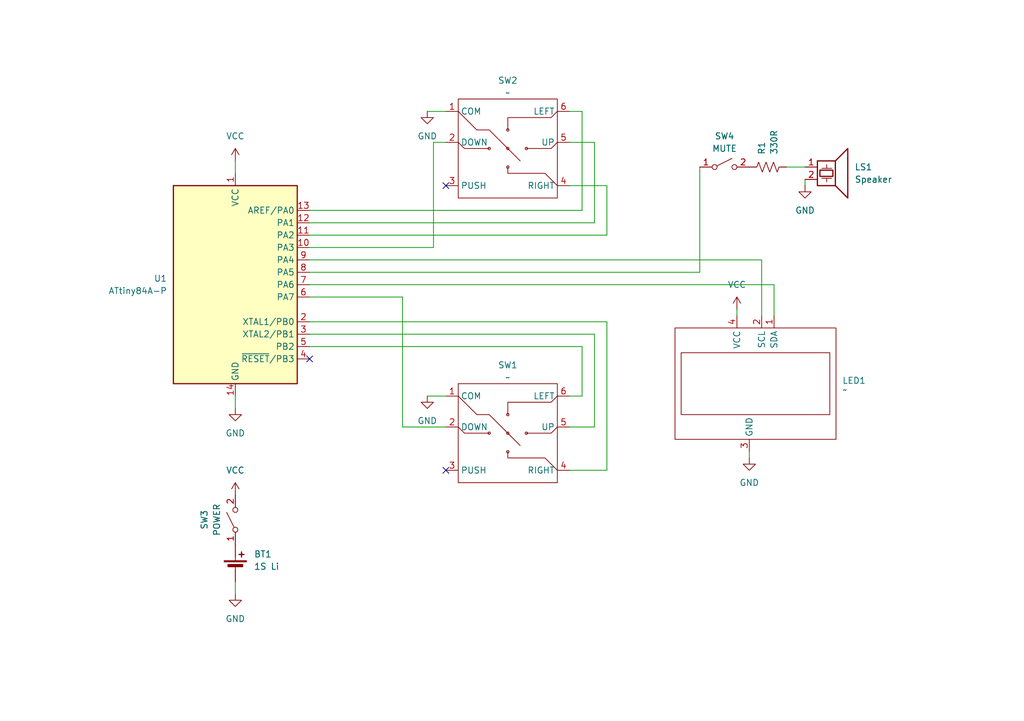
<source format=kicad_sch>
(kicad_sch (version 20231120) (generator "eeschema") (generator_version "8.0")
  (paper "A5")
  (title_block (title "ATtiny84 Gaming Device"))
  (lib_symbols
    (symbol "Device:Battery_Cell" (pin_numbers hide) (pin_names (offset 0) hide)
      (property "Reference" "BT" (at 2.54 2.54 0))
      (property "Value" "Battery_Cell" (at 2.54 0 0))
      (symbol "Battery_Cell_0_1"
        (rectangle (start -2.286 1.778) (end 2.286 1.524) (fill (type outline)))
        (rectangle (start -1.524 1.016) (end 1.524 0.508) (fill (type outline)))
        (polyline (pts (xy 0 0.762) (xy 0 0)))
        (polyline (pts (xy 0 1.778) (xy 0 2.54)))
        (polyline (pts (xy 0.762 3.048) (xy 1.778 3.048)) (stroke (width 0.254)))
        (polyline (pts (xy 1.27 3.556) (xy 1.27 2.54)) (stroke (width 0.254)))
      )
      (symbol "Battery_Cell_1_1"
        (pin passive line (at 0 5.08 270) (length 2.54) (name "+") (number "1"))
        (pin passive line (at 0 -2.54 90) (length 2.54) (name "-") (number "2"))
      )
    )
    (symbol "Device:R_US" (pin_numbers hide) (pin_names (offset 0))
      (property "Reference" "R" (at 2.54 0 90))
      (property "Value" "R_US" (at -2.54 0 90))
      (symbol "R_US_0_1"
        (polyline (pts (xy 0 -2.286) (xy 0 -2.54)))
        (polyline (pts (xy 0 2.286) (xy 0 2.54)))
        (polyline (pts (xy 0 -0.762) (xy 1.016 -1.143) (xy 0 -1.524) (xy -1.016 -1.905) (xy 0 -2.286)))
        (polyline (pts (xy 0 0.762) (xy 1.016 0.381) (xy 0 0) (xy -1.016 -0.381) (xy 0 -0.762)))
        (polyline (pts (xy 0 2.286) (xy 1.016 1.905) (xy 0 1.524) (xy -1.016 1.143) (xy 0 0.762)))
      )
      (symbol "R_US_1_1"
        (pin passive line (at 0 3.81 270) (length 1.27) (name "~") (number "1"))
        (pin passive line (at 0 -3.81 90) (length 1.27) (name "~") (number "2"))
      )
    )
    (symbol "Device:Speaker_Crystal" (pin_names (offset 0) hide)
      (property "Reference" "LS" (at 0.635 5.715 0))
      (property "Value" "Speaker_Crystal" (at 0.635 3.81 0))
      (symbol "Speaker_Crystal_0_0"
        (rectangle (start -2.54 1.27) (end 1.143 -3.81) (stroke (width 0.254)))
        (rectangle (start -2.032 -0.635) (end 0.635 -1.905) (stroke (width 0.254)))
        (polyline (pts (xy -1.651 -2.286) (xy 0.381 -2.286)))
        (polyline (pts (xy -1.651 -0.254) (xy 0.381 -0.254)))
        (polyline (pts (xy -0.635 -2.286) (xy -0.635 -3.048)))
        (polyline (pts (xy -0.635 -0.254) (xy -0.635 0.508)))
        (polyline (pts (xy 1.143 1.27) (xy 3.683 3.81) (xy 3.683 -6.35) (xy 1.143 -3.81)) (stroke (width 0.254)))
      )
      (symbol "Speaker_Crystal_1_1"
        (pin input line (at -5.08 0 0) (length 2.54) (name "1") (number "1"))
        (pin input line (at -5.08 -2.54 0) (length 2.54) (name "2") (number "2"))
      )
    )
    (symbol "MCU_Microchip_ATtiny:ATtiny84A-P"
      (property "Reference" "U" (at -12.7 21.59 0))
      (property "Value" "ATtiny84A-P" (at 2.54 -21.59 0))
      (symbol "ATtiny84A-P_0_1"
        (rectangle (start -12.7 -20.32) (end 12.7 20.32) (stroke (width 0.254)) (fill (type background)))
      )
      (symbol "ATtiny84A-P_1_1"
        (pin power_in line (at 0 22.86 270) (length 2.54) (name "VCC") (number "1"))
        (pin bidirectional line (at 15.24 7.62 180) (length 2.54) (name "PA3") (number "10"))
        (pin bidirectional line (at 15.24 10.16 180) (length 2.54) (name "PA2") (number "11"))
        (pin bidirectional line (at 15.24 12.7 180) (length 2.54) (name "PA1") (number "12"))
        (pin bidirectional line (at 15.24 15.24 180) (length 2.54) (name "AREF/PA0") (number "13"))
        (pin power_in line (at 0 -22.86 90) (length 2.54) (name "GND") (number "14"))
        (pin bidirectional line (at 15.24 -7.62 180) (length 2.54) (name "XTAL1/PB0") (number "2"))
        (pin bidirectional line (at 15.24 -10.16 180) (length 2.54) (name "XTAL2/PB1") (number "3"))
        (pin bidirectional line (at 15.24 -15.24 180) (length 2.54) (name "~{RESET}/PB3") (number "4"))
        (pin bidirectional line (at 15.24 -12.7 180) (length 2.54) (name "PB2") (number "5"))
        (pin bidirectional line (at 15.24 -2.54 180) (length 2.54) (name "PA7") (number "6"))
        (pin bidirectional line (at 15.24 0 180) (length 2.54) (name "PA6") (number "7"))
        (pin bidirectional line (at 15.24 2.54 180) (length 2.54) (name "PA5") (number "8"))
        (pin bidirectional line (at 15.24 5.08 180) (length 2.54) (name "PA4") (number "9"))
      )
    )
    (symbol "SH1106_OLED_128*64_1"
      (property "Reference" "LED" (at 14.224 9.652 0))
      (symbol "SH1106_OLED_128*64_1_0_1"
        (rectangle (start -16.51 11.43) (end 16.51 -11.43))
        (rectangle (start -15.24 6.35) (end 15.24 -6.35))
      )
      (symbol "SH1106_OLED_128*64_1_1_1"
        (pin input line (at 3.81 13.97 270) (length 2.54) (name "SDA") (number "1"))
        (pin input line (at 1.27 13.97 270) (length 2.54) (name "SCL") (number "2"))
        (pin output line (at -1.27 -13.97 90) (length 2.54) (name "GND") (number "3"))
        (pin output line (at -3.81 13.97 270) (length 2.54) (name "VCC") (number "4"))
      )
    )
    (symbol "Switch:SW_SPST" (pin_names (offset 0) hide)
      (property "Reference" "SW" (at 0 3.175 0))
      (property "Value" "SW_SPST" (at 0 -2.54 0))
      (symbol "SW_SPST_0_0"
        (circle (center -2.032 0) (radius 0.508))
        (polyline (pts (xy -1.524 0.254) (xy 1.524 1.778)))
        (circle (center 2.032 0) (radius 0.508))
      )
      (symbol "SW_SPST_1_1"
        (pin passive line (at -5.08 0 0) (length 2.54) (name "A") (number "1"))
        (pin passive line (at 5.08 0 180) (length 2.54) (name "B") (number "2"))
      )
    )
    (symbol "custom-symbols:5-Way_Directional_Switch"
      (property "Reference" "SW" (at 0 -7.62 0))
      (symbol "5-Way_Directional_Switch_0_1"
        (rectangle (start -10.16 10.16) (end 10.16 -10.16))
        (circle (center -3.81 0) (radius 0.254))
        (circle (center 0 -3.81) (radius 0.254))
        (polyline (pts (xy 0 0) (xy 2.54 -2.54)))
        (polyline (pts (xy -10.16 1.27) (xy -8.89 0) (xy -3.81 0)))
        (polyline (pts (xy 10.16 1.27) (xy 8.89 0) (xy 3.81 0)))
        (polyline (pts (xy -10.16 7.62) (xy -6.35 3.81) (xy -3.81 3.81) (xy 0 0)))
        (polyline (pts (xy 10.16 -7.62) (xy 7.62 -5.08) (xy 0 -5.08) (xy 0 -3.81)))
        (polyline (pts (xy 10.16 7.62) (xy 8.89 6.35) (xy 0 6.35) (xy 0 3.81)))
        (circle (center 0 0) (radius 0.254))
        (circle (center 0 3.81) (radius 0.254))
        (circle (center 3.81 0) (radius 0.254))
      )
      (symbol "5-Way_Directional_Switch_1_1"
        (pin output line (at -12.7 7.62 0) (length 2.54) (name "COM") (number "1"))
        (pin output line (at -12.7 1.27 0) (length 2.54) (name "DOWN") (number "2"))
        (pin output line (at -12.7 -7.62 0) (length 2.54) (name "PUSH") (number "3"))
        (pin output line (at 12.7 -7.62 180) (length 2.54) (name "RIGHT") (number "4"))
        (pin output line (at 12.7 1.27 180) (length 2.54) (name "UP") (number "5"))
        (pin output line (at 12.7 7.62 180) (length 2.54) (name "LEFT") (number "6"))
      )
    )
    (symbol "power:GND" (power) (pin_numbers hide) (pin_names (offset 0) hide)
      (property "Value" "GND" (at 0 -3.81 0))
      (symbol "GND_0_1"
        (polyline (pts (xy 0 0) (xy 0 -1.27) (xy 1.27 -1.27) (xy 0 -2.54) (xy -1.27 -1.27) (xy 0 -1.27)))
      )
      (symbol "GND_1_1"
        (pin power_in line (at 0 0 270) (length 0) (name "~") (number "1"))
      )
    )
    (symbol "power:VCC" (power) (pin_numbers hide) (pin_names (offset 0) hide)
      (property "Value" "VCC" (at 0 3.556 0))
      (symbol "VCC_0_1"
        (polyline (pts (xy -0.762 1.27) (xy 0 2.54)))
        (polyline (pts (xy 0 0) (xy 0 2.54)))
        (polyline (pts (xy 0 2.54) (xy 0.762 1.27)))
      )
      (symbol "VCC_1_1"
        (pin power_in line (at 0 0 90) (length 0) (name "~") (number "1"))
      )
    )
  )
  (no_connect (at 91.44 96.52))
  (no_connect (at 63.5 73.66))
  (no_connect (at 91.44 38.1))
  (wire (pts (xy 153.67 92.71) (xy 153.67 93.98)))
  (wire (pts (xy 119.38 43.18) (xy 119.38 22.86)))
  (wire (pts (xy 48.26 33.02) (xy 48.26 35.56)))
  (wire (pts (xy 124.46 48.26) (xy 124.46 38.1)))
  (wire (pts (xy 161.29 34.29) (xy 165.1 34.29)))
  (wire (pts (xy 63.5 43.18) (xy 119.38 43.18)))
  (wire (pts (xy 63.5 68.58) (xy 121.92 68.58)))
  (wire (pts (xy 63.5 45.72) (xy 121.92 45.72)))
  (wire (pts (xy 63.5 71.12) (xy 119.38 71.12)))
  (wire (pts (xy 88.9 29.21) (xy 91.44 29.21)))
  (wire (pts (xy 121.92 87.63) (xy 116.84 87.63)))
  (wire (pts (xy 48.26 81.28) (xy 48.26 83.82)))
  (wire (pts (xy 121.92 45.72) (xy 121.92 29.21)))
  (wire (pts (xy 87.63 22.86) (xy 91.44 22.86)))
  (wire (pts (xy 158.75 58.42) (xy 158.75 64.77)))
  (wire (pts (xy 63.5 53.34) (xy 156.21 53.34)))
  (wire (pts (xy 63.5 60.96) (xy 82.55 60.96)))
  (wire (pts (xy 124.46 96.52) (xy 116.84 96.52)))
  (wire (pts (xy 63.5 66.04) (xy 124.46 66.04)))
  (wire (pts (xy 82.55 87.63) (xy 91.44 87.63)))
  (wire (pts (xy 151.13 64.77) (xy 151.13 63.5)))
  (wire (pts (xy 143.51 34.29) (xy 143.51 55.88)))
  (wire (pts (xy 116.84 29.21) (xy 121.92 29.21)))
  (wire (pts (xy 63.5 48.26) (xy 124.46 48.26)))
  (wire (pts (xy 116.84 22.86) (xy 119.38 22.86)))
  (wire (pts (xy 119.38 81.28) (xy 116.84 81.28)))
  (wire (pts (xy 156.21 53.34) (xy 156.21 64.77)))
  (wire (pts (xy 63.5 58.42) (xy 158.75 58.42)))
  (wire (pts (xy 48.26 119.38) (xy 48.26 121.92)))
  (wire (pts (xy 87.63 81.28) (xy 91.44 81.28)))
  (wire (pts (xy 119.38 71.12) (xy 119.38 81.28)))
  (wire (pts (xy 143.51 55.88) (xy 63.5 55.88)))
  (wire (pts (xy 124.46 38.1) (xy 116.84 38.1)))
  (wire (pts (xy 124.46 66.04) (xy 124.46 96.52)))
  (wire (pts (xy 88.9 50.8) (xy 88.9 29.21)))
  (wire (pts (xy 121.92 68.58) (xy 121.92 87.63)))
  (wire (pts (xy 63.5 50.8) (xy 88.9 50.8)))
  (wire (pts (xy 165.1 36.83) (xy 165.1 38.1)))
  (wire (pts (xy 82.55 60.96) (xy 82.55 87.63)))
  (symbol (lib_id "custom-symbols:5-Way_Directional_Switch") (at 104.14 88.9 0) (unit 1)
    (property "Reference" "SW1" (at 104.14 74.93 0))
    (property "Value" "~" (at 104.14 77.47 0))
  )
  (symbol (lib_id "Switch:SW_SPST") (at 148.59 34.29 0) (unit 1)
    (property "Reference" "SW4" (at 148.59 27.94 0))
    (property "Value" "MUTE" (at 148.59 30.48 0))
    (property "Description" "Single Pole Single Throw (SPST) switch" (effects (hide yes)))
  )
  (symbol (lib_id "power:GND") (at 87.63 81.28 0) (unit 1)
    (property "Reference" "#PWR07" (effects (hide yes)))
    (property "Value" "GND" (at 87.63 86.36 0))
    (property "Description" "Power symbol creates a global label with name \"GND\" , ground" (effects (hide yes)))
  )
  (symbol (lib_id "power:GND") (at 48.26 121.92 0) (unit 1)
    (property "Reference" "#PWR04" (effects (hide yes)))
    (property "Value" "GND" (at 48.26 127 0))
    (property "Description" "Power symbol creates a global label with name \"GND\" , ground" (effects (hide yes)))
  )
  (symbol (lib_id "custom-symbols:5-Way_Directional_Switch") (at 104.14 30.48 0) (unit 1)
    (property "Reference" "SW2" (at 104.14 16.51 0))
    (property "Value" "~" (at 104.14 19.05 0))
  )
  (symbol (lib_id "power:VCC") (at 48.26 33.02 0) (unit 1)
    (property "Reference" "#PWR03" (effects (hide yes)))
    (property "Value" "VCC" (at 48.26 27.94 0))
    (property "Description" "Power symbol creates a global label with name \"VCC\"" (effects (hide yes)))
  )
  (symbol (lib_id "Device:R_US") (at 157.48 34.29 90) (unit 1)
    (property "Reference" "R1" (at 156.2099 31.75 0) (effects (justify left)))
    (property "Value" "330R" (at 158.7499 31.75 0) (effects (justify left)))
    (property "Description" "Resistor, US symbol" (effects (hide yes)))
  )
  (symbol (lib_id "power:GND") (at 153.67 93.98 0) (unit 1)
    (property "Reference" "#PWR06" (effects (hide yes)))
    (property "Value" "GND" (at 153.67 99.06 0))
    (property "Description" "Power symbol creates a global label with name \"GND\" , ground" (effects (hide yes)))
  )
  (symbol (lib_id "power:VCC") (at 151.13 63.5 0) (unit 1)
    (property "Reference" "#PWR02" (effects (hide yes)))
    (property "Value" "VCC" (at 151.13 58.42 0))
    (property "Description" "Power symbol creates a global label with name \"VCC\"" (effects (hide yes)))
  )
  (symbol (lib_id "Switch:SW_SPST") (at 48.26 106.68 90) (unit 1)
    (property "Reference" "SW3" (at 41.91 106.68 0))
    (property "Value" "POWER" (at 44.45 106.68 0))
    (property "Description" "Single Pole Single Throw (SPST) switch" (effects (hide yes)))
  )
  (symbol (lib_id "Device:Battery_Cell") (at 48.26 116.84 0) (unit 1)
    (property "Reference" "BT1" (at 52.07 113.7284 0) (effects (justify left)))
    (property "Value" "1S Li" (at 52.07 116.2684 0) (effects (justify left)))
    (property "Description" "Single-cell battery" (effects (hide yes)))
  )
  (symbol (lib_id "power:GND") (at 165.1 38.1 0) (unit 1)
    (property "Reference" "#PWR09" (effects (hide yes)))
    (property "Value" "GND" (at 165.1 43.18 0))
    (property "Description" "Power symbol creates a global label with name \"GND\" , ground" (effects (hide yes)))
  )
  (symbol (lib_name "SH1106_OLED_128*64_1") (lib_id "custom-symbols:SH1106_OLED_128*64") (at 154.94 78.74 0) (unit 1)
    (property "Reference" "LED1" (at 172.72 78.1049 0) (effects (justify left)))
    (property "Value" "~" (at 172.72 80.01 0) (effects (justify left)))
  )
  (symbol (lib_id "Device:Speaker_Crystal") (at 170.18 34.29 0) (unit 1)
    (property "Reference" "LS1" (at 175.26 34.2899 0) (effects (justify left)))
    (property "Value" "Speaker" (at 175.26 36.8299 0) (effects (justify left)))
    (property "Description" "Crystal speaker/transducer" (effects (hide yes)))
  )
  (symbol (lib_id "MCU_Microchip_ATtiny:ATtiny84A-P") (at 48.26 58.42 0) (unit 1)
    (property "Reference" "U1" (at 34.29 57.1499 0) (effects (justify right)))
    (property "Value" "ATtiny84A-P" (at 34.29 59.6899 0) (effects (justify right)))
    (property "Footprint" "Package_DIP:DIP-14_W7.62mm" (effects (hide yes)))
    (property "Datasheet" "http://ww1.microchip.com/downloads/en/DeviceDoc/doc8183.pdf" (effects (hide yes)))
    (property "Description" "20MHz, 8kB Flash, 512B SRAM, 512B EEPROM, debugWIRE, DIP-14" (effects (hide yes)))
  )
  (symbol (lib_id "power:GND") (at 48.26 83.82 0) (unit 1)
    (property "Reference" "#PWR05" (effects (hide yes)))
    (property "Value" "GND" (at 48.26 88.9 0))
    (property "Description" "Power symbol creates a global label with name \"GND\" , ground" (effects (hide yes)))
  )
  (symbol (lib_id "power:GND") (at 87.63 22.86 0) (unit 1)
    (property "Reference" "#PWR08" (effects (hide yes)))
    (property "Value" "GND" (at 87.63 27.94 0))
    (property "Description" "Power symbol creates a global label with name \"GND\" , ground" (effects (hide yes)))
  )
  (symbol (lib_id "power:VCC") (at 48.26 101.6 0) (unit 1)
    (property "Reference" "#PWR01" (effects (hide yes)))
    (property "Value" "VCC" (at 48.26 96.52 0))
    (property "Description" "Power symbol creates a global label with name \"VCC\"" (effects (hide yes)))
  )
)
</source>
